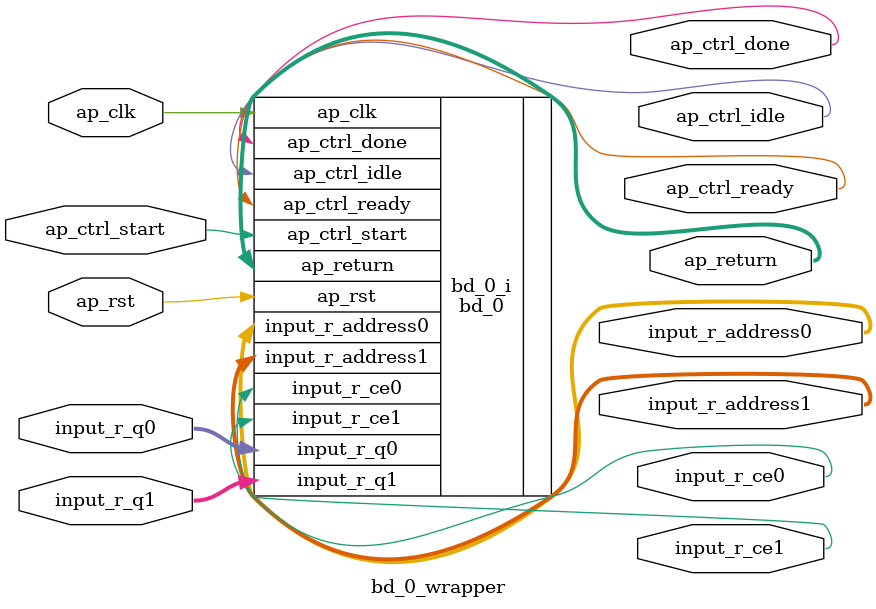
<source format=v>
`timescale 1 ps / 1 ps

module bd_0_wrapper
   (ap_clk,
    ap_ctrl_done,
    ap_ctrl_idle,
    ap_ctrl_ready,
    ap_ctrl_start,
    ap_return,
    ap_rst,
    input_r_address0,
    input_r_address1,
    input_r_ce0,
    input_r_ce1,
    input_r_q0,
    input_r_q1);
  input ap_clk;
  output ap_ctrl_done;
  output ap_ctrl_idle;
  output ap_ctrl_ready;
  input ap_ctrl_start;
  output [31:0]ap_return;
  input ap_rst;
  output [2:0]input_r_address0;
  output [2:0]input_r_address1;
  output input_r_ce0;
  output input_r_ce1;
  input [31:0]input_r_q0;
  input [31:0]input_r_q1;

  wire ap_clk;
  wire ap_ctrl_done;
  wire ap_ctrl_idle;
  wire ap_ctrl_ready;
  wire ap_ctrl_start;
  wire [31:0]ap_return;
  wire ap_rst;
  wire [2:0]input_r_address0;
  wire [2:0]input_r_address1;
  wire input_r_ce0;
  wire input_r_ce1;
  wire [31:0]input_r_q0;
  wire [31:0]input_r_q1;

  bd_0 bd_0_i
       (.ap_clk(ap_clk),
        .ap_ctrl_done(ap_ctrl_done),
        .ap_ctrl_idle(ap_ctrl_idle),
        .ap_ctrl_ready(ap_ctrl_ready),
        .ap_ctrl_start(ap_ctrl_start),
        .ap_return(ap_return),
        .ap_rst(ap_rst),
        .input_r_address0(input_r_address0),
        .input_r_address1(input_r_address1),
        .input_r_ce0(input_r_ce0),
        .input_r_ce1(input_r_ce1),
        .input_r_q0(input_r_q0),
        .input_r_q1(input_r_q1));
endmodule

</source>
